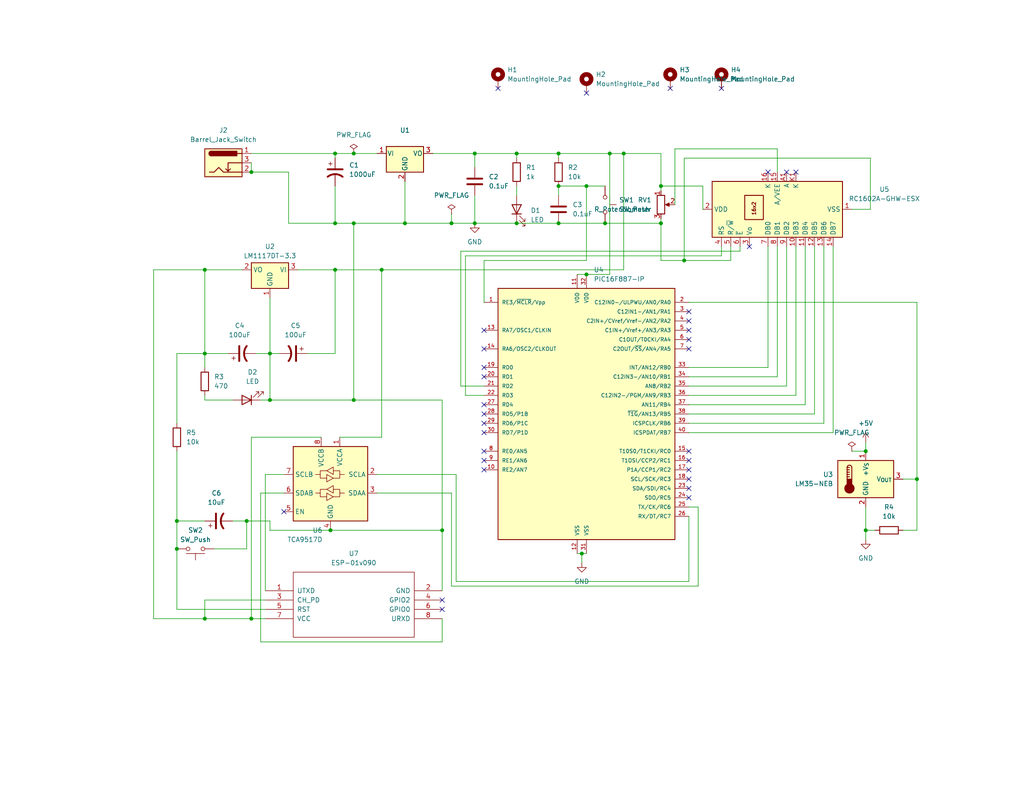
<source format=kicad_sch>
(kicad_sch (version 20250114) (generator "eeschema") (generator_version "9.0")
  (paper "USLetter")
  (title_block (title "Temperature Logger Circuit") (date "2025-07-15") (rev "1.0"))
  (lib_symbols
    (symbol "Connector:Barrel_Jack_Switch" (pin_names (hide yes))
      (property "Reference" "J" (at 0 5.334 0))
      (property "Value" "Barrel_Jack_Switch" (at 0 -5.08 0))
      (symbol "Barrel_Jack_Switch_0_1"
        (rectangle (start -5.08 3.81) (end 5.08 -3.81) (stroke (width 0.254)) (fill (type background)))
        (polyline (pts (xy -3.81 -2.54) (xy -2.54 -2.54) (xy -1.27 -1.27) (xy 0 -2.54) (xy 2.54 -2.54) (xy 5.08 -2.54)) (stroke (width 0.254)))
        (arc (start -3.302 1.905) (mid -3.9343 2.54) (end -3.302 3.175) (stroke (width 0.254)))
        (arc (start -3.302 1.905) (mid -3.9343 2.54) (end -3.302 3.175) (stroke (width 0.254)) (fill (type outline)))
        (polyline (pts (xy 1.27 -2.286) (xy 1.905 -1.651)) (stroke (width 0.254)))
        (rectangle (start 3.683 3.175) (end -3.302 1.905) (stroke (width 0.254)) (fill (type outline)))
        (polyline (pts (xy 5.08 2.54) (xy 3.81 2.54)) (stroke (width 0.254)))
        (polyline (pts (xy 5.08 0) (xy 1.27 0) (xy 1.27 -2.286) (xy 0.635 -1.651)) (stroke (width 0.254)))
      )
      (symbol "Barrel_Jack_Switch_1_1"
        (pin passive line (at 7.62 2.54 180) (length 2.54) (name "~") (number "1"))
        (pin passive line (at 7.62 0 180) (length 2.54) (name "~") (number "3"))
        (pin passive line (at 7.62 -2.54 180) (length 2.54) (name "~") (number "2"))
      )
    )
    (symbol "Device:C" (pin_numbers (hide yes)) (pin_names (offset 0.254))
      (property "Reference" "C" (at 0.635 2.54 0))
      (property "Value" "C" (at 0.635 -2.54 0))
      (symbol "C_0_1"
        (polyline (pts (xy -2.032 0.762) (xy 2.032 0.762)) (stroke (width 0.508)))
        (polyline (pts (xy -2.032 -0.762) (xy 2.032 -0.762)) (stroke (width 0.508)))
      )
      (symbol "C_1_1"
        (pin passive line (at 0 3.81 270) (length 2.794) (name "~") (number "1"))
        (pin passive line (at 0 -3.81 90) (length 2.794) (name "~") (number "2"))
      )
    )
    (symbol "Device:C_Polarized_US" (pin_numbers (hide yes)) (pin_names (offset 0.254) (hide yes))
      (property "Reference" "C" (at 0.635 2.54 0))
      (property "Value" "C_Polarized_US" (at 0.635 -2.54 0))
      (symbol "C_Polarized_US_0_1"
        (polyline (pts (xy -2.032 0.762) (xy 2.032 0.762)) (stroke (width 0.508)))
        (polyline (pts (xy -1.778 2.286) (xy -0.762 2.286)))
        (polyline (pts (xy -1.27 1.778) (xy -1.27 2.794)))
        (arc (start -2.032 -1.27) (mid 0 -0.5572) (end 2.032 -1.27) (stroke (width 0.508)))
      )
      (symbol "C_Polarized_US_1_1"
        (pin passive line (at 0 3.81 270) (length 2.794) (name "~") (number "1"))
        (pin passive line (at 0 -3.81 90) (length 3.302) (name "~") (number "2"))
      )
    )
    (symbol "Device:LED" (pin_numbers (hide yes)) (pin_names (offset 1.016) (hide yes))
      (property "Reference" "D" (at 0 2.54 0))
      (property "Value" "LED" (at 0 -2.54 0))
      (symbol "LED_0_1"
        (polyline (pts (xy -3.048 -0.762) (xy -4.572 -2.286) (xy -3.81 -2.286) (xy -4.572 -2.286) (xy -4.572 -1.524)))
        (polyline (pts (xy -1.778 -0.762) (xy -3.302 -2.286) (xy -2.54 -2.286) (xy -3.302 -2.286) (xy -3.302 -1.524)))
        (polyline (pts (xy -1.27 0) (xy 1.27 0)))
        (polyline (pts (xy -1.27 -1.27) (xy -1.27 1.27)) (stroke (width 0.254)))
        (polyline (pts (xy 1.27 -1.27) (xy 1.27 1.27) (xy -1.27 0) (xy 1.27 -1.27)) (stroke (width 0.254)))
      )
      (symbol "LED_1_1"
        (pin passive line (at -3.81 0 0) (length 2.54) (name "K") (number "1"))
        (pin passive line (at 3.81 0 180) (length 2.54) (name "A") (number "2"))
      )
    )
    (symbol "Device:R" (pin_numbers (hide yes)) (pin_names (offset 0))
      (property "Reference" "R" (at 2.032 0 90))
      (property "Value" "R" (at 0 0 90))
      (symbol "R_0_1"
        (rectangle (start -1.016 -2.54) (end 1.016 2.54) (stroke (width 0.254)))
      )
      (symbol "R_1_1"
        (pin passive line (at 0 3.81 270) (length 1.27) (name "~") (number "1"))
        (pin passive line (at 0 -3.81 90) (length 1.27) (name "~") (number "2"))
      )
    )
    (symbol "Device:R_Potentiometer" (pin_names (offset 1.016) (hide yes))
      (property "Reference" "RV" (at -4.445 0 90))
      (property "Value" "R_Potentiometer" (at -2.54 0 90))
      (symbol "R_Potentiometer_0_1"
        (rectangle (start 1.016 2.54) (end -1.016 -2.54) (stroke (width 0.254)))
        (polyline (pts (xy 1.143 0) (xy 2.286 0.508) (xy 2.286 -0.508) (xy 1.143 0)) (fill (type outline)))
        (polyline (pts (xy 2.54 0) (xy 1.524 0)))
      )
      (symbol "R_Potentiometer_1_1"
        (pin passive line (at 0 3.81 270) (length 1.27) (name "1") (number "1"))
        (pin passive line (at 0 -3.81 90) (length 1.27) (name "3") (number "3"))
        (pin passive line (at 3.81 0 180) (length 1.27) (name "2") (number "2"))
      )
    )
    (symbol "Display_Character:RC1602A-GHW-ESX"
      (property "Reference" "U" (at -5.842 19.05 0))
      (property "Value" "RC1602A-GHW-ESX" (at 3.81 19.05 0))
      (symbol "RC1602A-GHW-ESX_0_0"
        (rectangle (start -2.794 8.89) (end 3.81 3.81) (stroke (width 0.254)) (fill (type background)))
        (text "16x2" (at 0.254 6.35 0) (effects (font (size 0.9906 0.9906) (bold yes))))
      )
      (symbol "RC1602A-GHW-ESX_0_1"
        (rectangle (start -7.62 17.78) (end 7.62 -17.78) (stroke (width 0.254)) (fill (type background)))
      )
      (symbol "RC1602A-GHW-ESX_1_1"
        (pin input line (at -10.16 15.24 0) (length 2.54) (name "RS") (number "4"))
        (pin input line (at -10.16 12.7 0) (length 2.54) (name "R/~{W}") (number "5"))
        (pin input line (at -10.16 10.16 0) (length 2.54) (name "~{E}") (number "6"))
        (pin input line (at -10.16 7.62 0) (length 2.54) (name "Vo") (number "3"))
        (pin bidirectional line (at -10.16 2.54 0) (length 2.54) (name "DB0") (number "7"))
        (pin bidirectional line (at -10.16 0 0) (length 2.54) (name "DB1") (number "8"))
        (pin bidirectional line (at -10.16 -2.54 0) (length 2.54) (name "DB2") (number "9"))
        (pin bidirectional line (at -10.16 -5.08 0) (length 2.54) (name "DB3") (number "10"))
        (pin bidirectional line (at -10.16 -7.62 0) (length 2.54) (name "DB4") (number "11"))
        (pin bidirectional line (at -10.16 -10.16 0) (length 2.54) (name "DB5") (number "12"))
        (pin bidirectional line (at -10.16 -12.7 0) (length 2.54) (name "DB6") (number "13"))
        (pin bidirectional line (at -10.16 -15.24 0) (length 2.54) (name "DB7") (number "14"))
        (pin power_in line (at 0 20.32 270) (length 2.54) (name "VDD") (number "2"))
        (pin power_in line (at 0 -20.32 90) (length 2.54) (name "VSS") (number "1"))
        (pin passive line (at 10.16 2.54 180) (length 2.54) (name "K") (number "16"))
        (pin passive line (at 10.16 0 180) (length 2.54) (name "A/VEE") (number "15"))
        (pin passive line (at 10.16 -2.54 180) (length 2.54) (name "A") (number "A1"))
        (pin passive line (at 10.16 -5.08 180) (length 2.54) (name "K") (number "K1"))
      )
    )
    (symbol "ESP8266:ESP-01v090" (pin_names (offset 1.016))
      (property "Reference" "U" (at 0 -2.54 0))
      (property "Value" "ESP-01v090" (at 0 2.54 0))
      (symbol "ESP-01v090_1_0"
        (rectangle (start -16.51 -8.89) (end 16.51 8.89))
      )
      (symbol "ESP-01v090_1_1"
        (pin output line (at -24.13 3.81 0) (length 7.62) (name "UTXD") (number "1"))
        (pin input line (at -24.13 1.27 0) (length 7.62) (name "CH_PD") (number "3"))
        (pin input line (at -24.13 -1.27 0) (length 7.62) (name "RST") (number "5"))
        (pin power_in line (at -24.13 -3.81 0) (length 7.62) (name "VCC") (number "7"))
        (pin power_in line (at 24.13 3.81 180) (length 7.62) (name "GND") (number "2"))
        (pin tri_state line (at 24.13 1.27 180) (length 7.62) (name "GPIO2") (number "4"))
        (pin tri_state line (at 24.13 -1.27 180) (length 7.62) (name "GPIO0") (number "6"))
        (pin input line (at 24.13 -3.81 180) (length 7.62) (name "URXD") (number "8"))
      )
    )
    (symbol "Logic_LevelTranslator:TCA9517D"
      (property "Reference" "U" (at -10.16 11.43 0))
      (property "Value" "TCA9517D" (at 1.27 -11.43 0))
      (symbol "TCA9517D_1_1"
        (rectangle (start -10.16 10.16) (end 10.16 -10.16) (stroke (width 0.254)) (fill (type background)))
        (polyline (pts (xy -2.54 2.54) (xy -2.54 3.556) (xy -0.762 3.556)))
        (polyline (pts (xy -2.54 -2.54) (xy -2.54 -1.524) (xy -0.762 -1.524)))
        (polyline (pts (xy -0.762 2.54) (xy -0.762 4.572) (xy 1.016 3.556) (xy -0.762 2.54)))
        (polyline (pts (xy -0.762 1.524) (xy -2.54 1.524) (xy -2.54 2.54) (xy -3.81 2.54)))
        (polyline (pts (xy -0.762 -2.54) (xy -0.762 -0.508) (xy 1.016 -1.524) (xy -0.762 -2.54)))
        (polyline (pts (xy -0.762 -3.556) (xy -2.54 -3.556) (xy -2.54 -2.54) (xy -3.81 -2.54)))
        (polyline (pts (xy 1.016 3.556) (xy 2.794 3.556) (xy 2.794 2.54) (xy 4.064 2.54)))
        (polyline (pts (xy 1.016 2.54) (xy 1.016 0.762) (xy 1.016 0.508) (xy -0.762 1.524) (xy 1.016 2.54)))
        (polyline (pts (xy 1.016 -1.524) (xy 2.794 -1.524) (xy 2.794 -2.54) (xy 4.064 -2.54)))
        (polyline (pts (xy 1.016 -2.54) (xy 1.016 -4.318) (xy 1.016 -4.572) (xy -0.762 -3.556) (xy 1.016 -2.54)))
        (polyline (pts (xy 2.794 2.54) (xy 2.794 1.524) (xy 1.016 1.524)))
        (polyline (pts (xy 2.794 -2.54) (xy 2.794 -3.556) (xy 1.016 -3.556)))
        (pin bidirectional line (at -12.7 2.54 0) (length 2.54) (name "SCLA") (number "2"))
        (pin bidirectional line (at -12.7 -2.54 0) (length 2.54) (name "SDAA") (number "3"))
        (pin power_in line (at -2.54 12.7 270) (length 2.54) (name "VCCA") (number "1"))
        (pin power_in line (at 0 -12.7 90) (length 2.54) (name "GND") (number "4"))
        (pin power_in line (at 2.54 12.7 270) (length 2.54) (name "VCCB") (number "8"))
        (pin bidirectional line (at 12.7 2.54 180) (length 2.54) (name "SCLB") (number "7"))
        (pin bidirectional line (at 12.7 -2.54 180) (length 2.54) (name "SDAB") (number "6"))
        (pin passive line (at 12.7 -7.62 180) (length 2.54) (name "EN") (number "5"))
      )
    )
    (symbol "MCU_Microchip_PIC16:PIC16F887-IP" (pin_names (offset 1.016))
      (property "Reference" "U" (at 6.35 38.1 0))
      (property "Value" "PIC16F887-IP" (at 6.35 35.56 0))
      (symbol "PIC16F887-IP_0_1"
        (rectangle (start -24.13 -34.29) (end 24.13 34.29) (stroke (width 0.254)) (fill (type background)))
      )
      (symbol "PIC16F887-IP_1_1"
        (pin input line (at -27.94 30.48 0) (length 3.81) (name "RE3/~{MCLR}/Vpp") (number "1"))
        (pin bidirectional line (at -27.94 22.86 0) (length 3.81) (name "RA7/OSC1/CLKIN") (number "13"))
        (pin bidirectional line (at -27.94 17.78 0) (length 3.81) (name "RA6/OSC2/CLKOUT") (number "14"))
        (pin bidirectional line (at -27.94 12.7 0) (length 3.81) (name "RD0") (number "19"))
        (pin bidirectional line (at -27.94 10.16 0) (length 3.81) (name "RD1") (number "20"))
        (pin bidirectional line (at -27.94 7.62 0) (length 3.81) (name "RD2") (number "21"))
        (pin bidirectional line (at -27.94 5.08 0) (length 3.81) (name "RD3") (number "22"))
        (pin bidirectional line (at -27.94 2.54 0) (length 3.81) (name "RD4") (number "27"))
        (pin bidirectional line (at -27.94 0 0) (length 3.81) (name "RD5/P1B") (number "28"))
        (pin bidirectional line (at -27.94 -2.54 0) (length 3.81) (name "RD6/P1C") (number "29"))
        (pin bidirectional line (at -27.94 -5.08 0) (length 3.81) (name "RD7/P1D") (number "30"))
        (pin bidirectional line (at -27.94 -10.16 0) (length 3.81) (name "RE0/AN5") (number "8"))
        (pin bidirectional line (at -27.94 -12.7 0) (length 3.81) (name "RE1/AN6") (number "9"))
        (pin bidirectional line (at -27.94 -15.24 0) (length 3.81) (name "RE2/AN7") (number "10"))
        (pin power_in line (at -2.54 38.1 270) (length 3.81) (name "VDD") (number "11"))
        (pin power_in line (at -2.54 -38.1 90) (length 3.81) (name "VSS") (number "12"))
        (pin power_in line (at 0 38.1 270) (length 3.81) (name "VDD") (number "32"))
        (pin power_in line (at 0 -38.1 90) (length 3.81) (name "VSS") (number "31"))
        (pin bidirectional line (at 27.94 30.48 180) (length 3.81) (name "C12IN0-/ULPWU/AN0/RA0") (number "2"))
        (pin bidirectional line (at 27.94 27.94 180) (length 3.81) (name "C12IN1-/AN1/RA1") (number "3"))
        (pin bidirectional line (at 27.94 25.4 180) (length 3.81) (name "C2IN+/CVref/Vref-/AN2/RA2") (number "4"))
        (pin bidirectional line (at 27.94 22.86 180) (length 3.81) (name "C1IN+/Vref+/AN3/RA3") (number "5"))
        (pin bidirectional line (at 27.94 20.32 180) (length 3.81) (name "C1OUT/T0CKI/RA4") (number "6"))
        (pin bidirectional line (at 27.94 17.78 180) (length 3.81) (name "C2OUT/~{SS}/AN4/RA5") (number "7"))
        (pin bidirectional line (at 27.94 12.7 180) (length 3.81) (name "INT/AN12/RB0") (number "33"))
        (pin bidirectional line (at 27.94 10.16 180) (length 3.81) (name "C12IN3-/AN10/RB1") (number "34"))
        (pin bidirectional line (at 27.94 7.62 180) (length 3.81) (name "AN8/RB2") (number "35"))
        (pin bidirectional line (at 27.94 5.08 180) (length 3.81) (name "C12IN2-/PGM/AN9/RB3") (number "36"))
        (pin bidirectional line (at 27.94 2.54 180) (length 3.81) (name "AN11/RB4") (number "37"))
        (pin bidirectional line (at 27.94 0 180) (length 3.81) (name "~{T1G}/AN13/RB5") (number "38"))
        (pin bidirectional line (at 27.94 -2.54 180) (length 3.81) (name "ICSPCLK/RB6") (number "39"))
        (pin bidirectional line (at 27.94 -5.08 180) (length 3.81) (name "ICSPDAT/RB7") (number "40"))
        (pin bidirectional line (at 27.94 -10.16 180) (length 3.81) (name "T10S0/T1CKI/RC0") (number "15"))
        (pin bidirectional line (at 27.94 -12.7 180) (length 3.81) (name "T1OSI/CCP2/RC1") (number "16"))
        (pin bidirectional line (at 27.94 -15.24 180) (length 3.81) (name "P1A/CCP1/RC2") (number "17"))
        (pin bidirectional line (at 27.94 -17.78 180) (length 3.81) (name "SCL/SCK/RC3") (number "18"))
        (pin bidirectional line (at 27.94 -20.32 180) (length 3.81) (name "SDA/SDI/RC4") (number "23"))
        (pin bidirectional line (at 27.94 -22.86 180) (length 3.81) (name "SDO/RC5") (number "24"))
        (pin bidirectional line (at 27.94 -25.4 180) (length 3.81) (name "TX/CK/RC6") (number "25"))
        (pin bidirectional line (at 27.94 -27.94 180) (length 3.81) (name "RX/DT/RC7") (number "26"))
      )
    )
    (symbol "Mechanical:MountingHole_Pad" (pin_numbers (hide yes)) (pin_names (offset 1.016) (hide yes)) (in_bom no)
      (property "Reference" "H" (at 0 6.35 0))
      (property "Value" "MountingHole_Pad" (at 0 4.445 0))
      (symbol "MountingHole_Pad_0_1"
        (circle (center 0 1.27) (radius 1.27) (stroke (width 1.27)))
      )
      (symbol "MountingHole_Pad_1_1"
        (pin input line (at 0 -2.54 90) (length 2.54) (name "1") (number "1"))
      )
    )
    (symbol "Regulator_Linear:LM1117DT-3.3"
      (property "Reference" "U" (at -3.81 3.175 0))
      (property "Value" "LM1117DT-3.3" (at 0 3.175 0))
      (symbol "LM1117DT-3.3_0_1"
        (rectangle (start -5.08 -5.08) (end 5.08 1.905) (stroke (width 0.254)) (fill (type background)))
      )
      (symbol "LM1117DT-3.3_1_1"
        (pin power_in line (at -7.62 0 0) (length 2.54) (name "VI") (number "3"))
        (pin power_in line (at 0 -7.62 90) (length 2.54) (name "GND") (number "1"))
        (pin power_out line (at 7.62 0 180) (length 2.54) (name "VO") (number "2"))
      )
    )
    (symbol "Regulator_Linear:LM7805_TO220" (pin_names (offset 0.254))
      (property "Reference" "U" (at -3.81 3.175 0))
      (property "Value" "LM7805_TO220" (at 0 3.175 0))
      (symbol "LM7805_TO220_0_1"
        (rectangle (start -5.08 1.905) (end 5.08 -5.08) (stroke (width 0.254)) (fill (type background)))
      )
      (symbol "LM7805_TO220_1_1"
        (pin power_in line (at -7.62 0 0) (length 2.54) (name "VI") (number "1"))
        (pin power_in line (at 0 -7.62 90) (length 2.54) (name "GND") (number "2"))
        (pin power_out line (at 7.62 0 180) (length 2.54) (name "VO") (number "3"))
      )
    )
    (symbol "Sensor_Temperature:LM35-NEB"
      (property "Reference" "U" (at -6.35 6.35 0))
      (property "Value" "LM35-NEB" (at 1.27 6.35 0))
      (symbol "LM35-NEB_0_1"
        (rectangle (start -7.62 5.08) (end 7.62 -5.08) (stroke (width 0.254)) (fill (type background)))
        (polyline (pts (xy -5.08 3.175) (xy -5.08 0)) (stroke (width 0.254)))
        (polyline (pts (xy -5.08 3.175) (xy -4.445 3.175)) (stroke (width 0.254)))
        (polyline (pts (xy -5.08 2.54) (xy -4.445 2.54)) (stroke (width 0.254)))
        (polyline (pts (xy -5.08 1.905) (xy -4.445 1.905)) (stroke (width 0.254)))
        (polyline (pts (xy -5.08 1.27) (xy -4.445 1.27)) (stroke (width 0.254)))
        (polyline (pts (xy -5.08 0.635) (xy -4.445 0.635)) (stroke (width 0.254)))
        (arc (start -5.08 3.175) (mid -4.445 3.8073) (end -3.81 3.175) (stroke (width 0.254)))
        (circle (center -4.445 -2.54) (radius 1.27) (stroke (width 0.254)) (fill (type outline)))
        (polyline (pts (xy -3.81 3.175) (xy -3.81 0)) (stroke (width 0.254)))
        (rectangle (start -3.81 -1.905) (end -5.08 0) (stroke (width 0.254)) (fill (type outline)))
      )
      (symbol "LM35-NEB_1_1"
        (pin power_in line (at 0 7.62 270) (length 2.54) (name "+V_{S}") (number "1"))
        (pin power_in line (at 0 -7.62 90) (length 2.54) (name "GND") (number "2"))
        (pin output line (at 10.16 0 180) (length 2.54) (name "V_{OUT}") (number "3"))
      )
    )
    (symbol "Switch:SW_Push" (pin_numbers (hide yes)) (pin_names (offset 1.016) (hide yes))
      (property "Reference" "SW" (at 1.27 2.54 0))
      (property "Value" "SW_Push" (at 0 -1.524 0))
      (symbol "SW_Push_0_1"
        (circle (center -2.032 0) (radius 0.508))
        (polyline (pts (xy 0 1.27) (xy 0 3.048)))
        (circle (center 2.032 0) (radius 0.508))
        (polyline (pts (xy 2.54 1.27) (xy -2.54 1.27)))
        (pin passive line (at -5.08 0 0) (length 2.54) (name "1") (number "1"))
        (pin passive line (at 5.08 0 180) (length 2.54) (name "2") (number "2"))
      )
    )
    (symbol "power:+5V" (power) (pin_numbers (hide yes)) (pin_names (offset 0) (hide yes))
      (property "Value" "+5V" (at 0 3.556 0))
      (symbol "+5V_0_1"
        (polyline (pts (xy -0.762 1.27) (xy 0 2.54)))
        (polyline (pts (xy 0 2.54) (xy 0.762 1.27)))
        (polyline (pts (xy 0 0) (xy 0 2.54)))
      )
      (symbol "+5V_1_1"
        (pin power_in line (at 0 0 90) (length 0) (name "~") (number "1"))
      )
    )
    (symbol "power:GND" (power) (pin_numbers (hide yes)) (pin_names (offset 0) (hide yes))
      (property "Value" "GND" (at 0 -3.81 0))
      (symbol "GND_0_1"
        (polyline (pts (xy 0 0) (xy 0 -1.27) (xy 1.27 -1.27) (xy 0 -2.54) (xy -1.27 -1.27) (xy 0 -1.27)))
      )
      (symbol "GND_1_1"
        (pin power_in line (at 0 0 270) (length 0) (name "~") (number "1"))
      )
    )
    (symbol "power:PWR_FLAG" (power) (pin_numbers (hide yes)) (pin_names (offset 0) (hide yes))
      (property "Value" "PWR_FLAG" (at 0 3.81 0))
      (symbol "PWR_FLAG_0_0"
        (pin power_out line (at 0 0 90) (length 0) (name "~") (number "1"))
      )
      (symbol "PWR_FLAG_0_1"
        (polyline (pts (xy 0 0) (xy 0 1.27) (xy -1.016 1.905) (xy 0 2.54) (xy 1.016 1.905) (xy 0 1.27)))
      )
    )
  )
  (junction (at 129.54 60.96))
  (junction (at 55.88 168.91))
  (junction (at 129.54 41.91))
  (junction (at 236.22 144.78))
  (junction (at 91.44 41.91))
  (junction (at 67.31 142.24))
  (junction (at 120.65 144.78))
  (junction (at 152.4 50.8))
  (junction (at 96.52 60.96))
  (junction (at 90.17 144.78))
  (junction (at 91.44 73.66))
  (junction (at 166.37 41.91))
  (junction (at 73.66 109.22))
  (junction (at 140.97 60.96))
  (junction (at 96.52 109.22))
  (junction (at 110.49 60.96))
  (junction (at 55.88 96.52))
  (junction (at 250.19 130.81))
  (junction (at 96.52 41.91))
  (junction (at 91.44 60.96))
  (junction (at 236.22 123.19))
  (junction (at 152.4 41.91))
  (junction (at 68.58 168.91))
  (junction (at 73.66 96.52))
  (junction (at 68.58 46.99))
  (junction (at 170.18 41.91))
  (junction (at 48.26 149.86))
  (junction (at 123.19 60.96))
  (junction (at 140.97 41.91))
  (junction (at 186.69 71.12))
  (junction (at 104.14 73.66))
  (junction (at 158.75 151.13))
  (junction (at 48.26 142.24))
  (junction (at 160.02 74.93))
  (junction (at 160.02 50.8))
  (junction (at 55.88 73.66))
  (junction (at 180.34 50.8))
  (junction (at 165.1 60.96))
  (junction (at 180.34 60.96))
  (junction (at 152.4 60.96))
  (no_connect (at 187.96 125.73))
  (no_connect (at 77.47 139.7))
  (no_connect (at 132.08 128.27))
  (no_connect (at 187.96 85.09))
  (no_connect (at 217.17 46.99))
  (no_connect (at 132.08 95.25))
  (no_connect (at 132.08 90.17))
  (no_connect (at 132.08 110.49))
  (no_connect (at 120.65 163.83))
  (no_connect (at 196.85 24.13))
  (no_connect (at 214.63 46.99))
  (no_connect (at 132.08 115.57))
  (no_connect (at 132.08 100.33))
  (no_connect (at 187.96 135.89))
  (no_connect (at 135.89 24.13))
  (no_connect (at 209.55 46.99))
  (no_connect (at 187.96 87.63))
  (no_connect (at 187.96 130.81))
  (no_connect (at 187.96 95.25))
  (no_connect (at 187.96 133.35))
  (no_connect (at 132.08 102.87))
  (no_connect (at 132.08 123.19))
  (no_connect (at 187.96 92.71))
  (no_connect (at 132.08 118.11))
  (no_connect (at 187.96 90.17))
  (no_connect (at 187.96 128.27))
  (no_connect (at 160.02 25.4))
  (no_connect (at 182.88 24.13))
  (no_connect (at 120.65 166.37))
  (no_connect (at 204.47 67.31))
  (no_connect (at 187.96 123.19))
  (no_connect (at 132.08 125.73))
  (no_connect (at 132.08 113.03))
  (wire (pts (xy 68.58 41.91) (xy 91.44 41.91)))
  (wire (pts (xy 187.96 82.55) (xy 250.19 82.55)))
  (wire (pts (xy 71.12 175.26) (xy 120.65 175.26)))
  (wire (pts (xy 110.49 60.96) (xy 96.52 60.96)))
  (wire (pts (xy 246.38 144.78) (xy 250.19 144.78)))
  (wire (pts (xy 214.63 105.41) (xy 187.96 105.41)))
  (wire (pts (xy 123.19 60.96) (xy 110.49 60.96)))
  (wire (pts (xy 91.44 96.52) (xy 83.82 96.52)))
  (wire (pts (xy 180.34 50.8) (xy 180.34 41.91)))
  (wire (pts (xy 222.25 67.31) (xy 222.25 113.03)))
  (wire (pts (xy 120.65 144.78) (xy 120.65 161.29)))
  (wire (pts (xy 224.79 67.31) (xy 224.79 115.57)))
  (wire (pts (xy 170.18 73.66) (xy 170.18 41.91)))
  (wire (pts (xy 71.12 134.62) (xy 71.12 175.26)))
  (wire (pts (xy 55.88 73.66) (xy 55.88 96.52)))
  (wire (pts (xy 127 69.85) (xy 196.85 69.85)))
  (wire (pts (xy 237.49 57.15) (xy 232.41 57.15)))
  (wire (pts (xy 160.02 50.8) (xy 165.1 50.8)))
  (wire (pts (xy 152.4 50.8) (xy 160.02 50.8)))
  (wire (pts (xy 78.74 46.99) (xy 78.74 60.96)))
  (wire (pts (xy 73.66 109.22) (xy 96.52 109.22)))
  (wire (pts (xy 72.39 161.29) (xy 72.39 129.54)))
  (wire (pts (xy 227.33 118.11) (xy 187.96 118.11)))
  (wire (pts (xy 238.76 144.78) (xy 236.22 144.78)))
  (wire (pts (xy 152.4 41.91) (xy 140.97 41.91)))
  (wire (pts (xy 96.52 60.96) (xy 91.44 60.96)))
  (wire (pts (xy 201.93 67.31) (xy 201.93 68.58)))
  (wire (pts (xy 186.69 43.18) (xy 237.49 43.18)))
  (wire (pts (xy 125.73 105.41) (xy 125.73 68.58)))
  (wire (pts (xy 91.44 60.96) (xy 78.74 60.96)))
  (wire (pts (xy 152.4 50.8) (xy 152.4 53.34)))
  (wire (pts (xy 123.19 134.62) (xy 123.19 160.02)))
  (wire (pts (xy 127 107.95) (xy 132.08 107.95)))
  (wire (pts (xy 160.02 71.12) (xy 132.08 71.12)))
  (wire (pts (xy 232.41 123.19) (xy 236.22 123.19)))
  (wire (pts (xy 41.91 168.91) (xy 41.91 73.66)))
  (wire (pts (xy 132.08 71.12) (xy 132.08 82.55)))
  (wire (pts (xy 222.25 113.03) (xy 187.96 113.03)))
  (wire (pts (xy 187.96 140.97) (xy 187.96 158.75)))
  (wire (pts (xy 187.96 158.75) (xy 124.46 158.75)))
  (wire (pts (xy 199.39 71.12) (xy 186.69 71.12)))
  (wire (pts (xy 48.26 96.52) (xy 48.26 115.57)))
  (wire (pts (xy 55.88 96.52) (xy 62.23 96.52)))
  (wire (pts (xy 123.19 60.96) (xy 129.54 60.96)))
  (wire (pts (xy 184.15 40.64) (xy 184.15 55.88)))
  (wire (pts (xy 191.77 57.15) (xy 191.77 50.8)))
  (wire (pts (xy 48.26 142.24) (xy 55.88 142.24)))
  (wire (pts (xy 219.71 110.49) (xy 187.96 110.49)))
  (wire (pts (xy 212.09 40.64) (xy 184.15 40.64)))
  (wire (pts (xy 190.5 160.02) (xy 190.5 138.43)))
  (wire (pts (xy 41.91 73.66) (xy 55.88 73.66)))
  (wire (pts (xy 224.79 115.57) (xy 187.96 115.57)))
  (wire (pts (xy 91.44 43.18) (xy 91.44 41.91)))
  (wire (pts (xy 68.58 46.99) (xy 78.74 46.99)))
  (wire (pts (xy 73.66 96.52) (xy 76.2 96.52)))
  (wire (pts (xy 237.49 43.18) (xy 237.49 57.15)))
  (wire (pts (xy 73.66 81.28) (xy 73.66 96.52)))
  (wire (pts (xy 129.54 60.96) (xy 140.97 60.96)))
  (wire (pts (xy 160.02 50.8) (xy 160.02 71.12)))
  (wire (pts (xy 91.44 73.66) (xy 91.44 96.52)))
  (wire (pts (xy 120.65 175.26) (xy 120.65 168.91)))
  (wire (pts (xy 120.65 109.22) (xy 96.52 109.22)))
  (wire (pts (xy 55.88 163.83) (xy 55.88 168.91)))
  (wire (pts (xy 180.34 41.91) (xy 170.18 41.91)))
  (wire (pts (xy 166.37 41.91) (xy 152.4 41.91)))
  (wire (pts (xy 67.31 149.86) (xy 67.31 142.24)))
  (wire (pts (xy 110.49 49.53) (xy 110.49 60.96)))
  (wire (pts (xy 91.44 41.91) (xy 96.52 41.91)))
  (wire (pts (xy 123.19 58.42) (xy 123.19 60.96)))
  (wire (pts (xy 123.19 160.02) (xy 190.5 160.02)))
  (wire (pts (xy 72.39 168.91) (xy 68.58 168.91)))
  (wire (pts (xy 104.14 73.66) (xy 170.18 73.66)))
  (wire (pts (xy 180.34 60.96) (xy 165.1 60.96)))
  (wire (pts (xy 250.19 82.55) (xy 250.19 130.81)))
  (wire (pts (xy 102.87 134.62) (xy 123.19 134.62)))
  (wire (pts (xy 55.88 109.22) (xy 55.88 107.95)))
  (wire (pts (xy 73.66 142.24) (xy 73.66 144.78)))
  (wire (pts (xy 96.52 41.91) (xy 102.87 41.91)))
  (wire (pts (xy 55.88 168.91) (xy 41.91 168.91)))
  (wire (pts (xy 127 69.85) (xy 127 107.95)))
  (wire (pts (xy 180.34 52.07) (xy 180.34 50.8)))
  (wire (pts (xy 214.63 67.31) (xy 214.63 105.41)))
  (wire (pts (xy 48.26 166.37) (xy 48.26 149.86)))
  (wire (pts (xy 140.97 43.18) (xy 140.97 41.91)))
  (wire (pts (xy 160.02 74.93) (xy 166.37 74.93)))
  (wire (pts (xy 48.26 142.24) (xy 48.26 149.86)))
  (wire (pts (xy 55.88 96.52) (xy 55.88 100.33)))
  (wire (pts (xy 160.02 151.13) (xy 158.75 151.13)))
  (wire (pts (xy 180.34 50.8) (xy 191.77 50.8)))
  (wire (pts (xy 236.22 144.78) (xy 236.22 147.32)))
  (wire (pts (xy 104.14 119.38) (xy 104.14 73.66)))
  (wire (pts (xy 209.55 100.33) (xy 187.96 100.33)))
  (wire (pts (xy 68.58 168.91) (xy 55.88 168.91)))
  (wire (pts (xy 48.26 123.19) (xy 48.26 142.24)))
  (wire (pts (xy 96.52 109.22) (xy 96.52 60.96)))
  (wire (pts (xy 152.4 60.96) (xy 165.1 60.96)))
  (wire (pts (xy 58.42 149.86) (xy 67.31 149.86)))
  (wire (pts (xy 81.28 73.66) (xy 91.44 73.66)))
  (wire (pts (xy 125.73 68.58) (xy 201.93 68.58)))
  (wire (pts (xy 118.11 41.91) (xy 129.54 41.91)))
  (wire (pts (xy 199.39 67.31) (xy 199.39 71.12)))
  (wire (pts (xy 152.4 43.18) (xy 152.4 41.91)))
  (wire (pts (xy 186.69 71.12) (xy 186.69 43.18)))
  (wire (pts (xy 67.31 142.24) (xy 73.66 142.24)))
  (wire (pts (xy 87.63 119.38) (xy 68.58 119.38)))
  (wire (pts (xy 68.58 44.45) (xy 68.58 46.99)))
  (wire (pts (xy 190.5 138.43) (xy 187.96 138.43)))
  (wire (pts (xy 180.34 59.69) (xy 180.34 60.96)))
  (wire (pts (xy 55.88 96.52) (xy 48.26 96.52)))
  (wire (pts (xy 124.46 129.54) (xy 102.87 129.54)))
  (wire (pts (xy 227.33 67.31) (xy 227.33 118.11)))
  (wire (pts (xy 125.73 105.41) (xy 132.08 105.41)))
  (wire (pts (xy 90.17 144.78) (xy 120.65 144.78)))
  (wire (pts (xy 212.09 67.31) (xy 212.09 102.87)))
  (wire (pts (xy 72.39 163.83) (xy 55.88 163.83)))
  (wire (pts (xy 73.66 144.78) (xy 90.17 144.78)))
  (wire (pts (xy 140.97 60.96) (xy 152.4 60.96)))
  (wire (pts (xy 129.54 53.34) (xy 129.54 60.96)))
  (wire (pts (xy 180.34 71.12) (xy 186.69 71.12)))
  (wire (pts (xy 72.39 129.54) (xy 77.47 129.54)))
  (wire (pts (xy 91.44 50.8) (xy 91.44 60.96)))
  (wire (pts (xy 219.71 67.31) (xy 219.71 110.49)))
  (wire (pts (xy 140.97 50.8) (xy 140.97 53.34)))
  (wire (pts (xy 71.12 109.22) (xy 73.66 109.22)))
  (wire (pts (xy 129.54 41.91) (xy 129.54 45.72)))
  (wire (pts (xy 77.47 134.62) (xy 71.12 134.62)))
  (wire (pts (xy 91.44 73.66) (xy 104.14 73.66)))
  (wire (pts (xy 217.17 67.31) (xy 217.17 107.95)))
  (wire (pts (xy 73.66 109.22) (xy 73.66 96.52)))
  (wire (pts (xy 158.75 151.13) (xy 158.75 153.67)))
  (wire (pts (xy 67.31 142.24) (xy 63.5 142.24)))
  (wire (pts (xy 124.46 158.75) (xy 124.46 129.54)))
  (wire (pts (xy 209.55 67.31) (xy 209.55 100.33)))
  (wire (pts (xy 55.88 73.66) (xy 66.04 73.66)))
  (wire (pts (xy 250.19 130.81) (xy 246.38 130.81)))
  (wire (pts (xy 63.5 109.22) (xy 55.88 109.22)))
  (wire (pts (xy 236.22 138.43) (xy 236.22 144.78)))
  (wire (pts (xy 120.65 144.78) (xy 120.65 109.22)))
  (wire (pts (xy 140.97 41.91) (xy 129.54 41.91)))
  (wire (pts (xy 212.09 46.99) (xy 212.09 40.64)))
  (wire (pts (xy 236.22 120.65) (xy 236.22 123.19)))
  (wire (pts (xy 92.71 119.38) (xy 104.14 119.38)))
  (wire (pts (xy 250.19 144.78) (xy 250.19 130.81)))
  (wire (pts (xy 68.58 119.38) (xy 68.58 168.91)))
  (wire (pts (xy 157.48 151.13) (xy 158.75 151.13)))
  (wire (pts (xy 166.37 74.93) (xy 166.37 41.91)))
  (wire (pts (xy 69.85 96.52) (xy 73.66 96.52)))
  (wire (pts (xy 180.34 60.96) (xy 180.34 71.12)))
  (wire (pts (xy 170.18 41.91) (xy 166.37 41.91)))
  (wire (pts (xy 72.39 166.37) (xy 48.26 166.37)))
  (wire (pts (xy 196.85 67.31) (xy 196.85 69.85)))
  (wire (pts (xy 217.17 107.95) (xy 187.96 107.95)))
  (wire (pts (xy 212.09 102.87) (xy 187.96 102.87)))
  (wire (pts (xy 157.48 74.93) (xy 160.02 74.93)))
  (symbol (lib_id "Logic_LevelTranslator:TCA9517D") (at 90.17 132.08 0) (mirror y) (unit 1)
    (property "Reference" "U6" (at 88.0267 144.78 0) (effects (justify left)))
    (property "Value" "TCA9517D" (at 88.0267 147.32 0) (effects (justify left)))
    (property "Footprint" "Package_SO:SOIC-8_3.9x4.9mm_P1.27mm" (effects (hide yes)))
    (property "Datasheet" "https://www.ti.com/lit/ds/symlink/tca9517.pdf" (effects (hide yes)))
    (property "Description" "Level-Translating I2C Bus Buffer/Repeater With Enable Function, SOIC-8" (effects (hide yes)))
  )
  (symbol (lib_id "Mechanical:MountingHole_Pad") (at 160.02 22.86 0) (unit 1) (in_bom no)
    (property "Reference" "H2" (at 162.56 20.3199 0) (effects (justify left)))
    (property "Value" "MountingHole_Pad" (at 162.56 22.8599 0) (effects (justify left)))
    (property "Footprint" "MountingHole:MountingHole_3.2mm_M3_DIN965_Pad" (effects (hide yes)))
    (property "Description" "Mounting Hole with connection" (effects (hide yes)))
  )
  (symbol (lib_id "Mechanical:MountingHole_Pad") (at 135.89 21.59 0) (unit 1) (in_bom no)
    (property "Reference" "H1" (at 138.43 19.0499 0) (effects (justify left)))
    (property "Value" "MountingHole_Pad" (at 138.43 21.5899 0) (effects (justify left)))
    (property "Footprint" "MountingHole:MountingHole_3.2mm_M3_DIN965_Pad" (effects (hide yes)))
    (property "Description" "Mounting Hole with connection" (effects (hide yes)))
  )
  (symbol (lib_id "ESP8266:ESP-01v090") (at 96.52 165.1 0) (unit 1)
    (property "Reference" "U7" (at 96.52 151.13 0))
    (property "Value" "ESP-01v090" (at 96.52 153.67 0))
    (property "Footprint" "ESP8266:ESP-01" (effects (hide yes)))
    (property "Datasheet" "http://l0l.org.uk/2014/12/esp8266-modules-hardware-guide-gotta-catch-em-all/" (effects (hide yes)))
    (property "Description" "ESP8266 ESP-01 module, v090" (effects (hide yes)))
  )
  (symbol (lib_id "Device:C_Polarized_US") (at 66.04 96.52 90) (unit 1)
    (property "Reference" "C4" (at 65.405 88.9 90))
    (property "Value" "100uF" (at 65.405 91.44 90))
    (property "Footprint" "Capacitor_THT:CP_Axial_L10.0mm_D4.5mm_P15.00mm_Horizontal" (effects (hide yes)))
    (property "Description" "Polarized capacitor, US symbol" (effects (hide yes)))
  )
  (symbol (lib_id "Switch:SW_Push") (at 165.1 55.88 270) (unit 1)
    (property "Reference" "SW1" (at 168.91 54.6099 90) (effects (justify left)))
    (property "Value" "SW_Push" (at 168.91 57.1499 90) (effects (justify left)))
    (property "Footprint" "Button_Switch_THT:SW_CW_GPTS203211B" (effects (hide yes)))
    (property "Description" "Push button switch, generic, two pins" (effects (hide yes)))
  )
  (symbol (lib_id "power:PWR_FLAG") (at 232.41 123.19 0) (unit 1)
    (property "Reference" "#FLG03" (effects (hide yes)))
    (property "Value" "PWR_FLAG" (at 232.41 118.11 0))
    (property "Description" "Special symbol for telling ERC where power comes from" (effects (hide yes)))
  )
  (symbol (lib_id "power:PWR_FLAG") (at 96.52 41.91 0) (unit 1)
    (property "Reference" "#FLG01" (effects (hide yes)))
    (property "Value" "PWR_FLAG" (at 96.52 36.83 0))
    (property "Description" "Special symbol for telling ERC where power comes from" (effects (hide yes)))
  )
  (symbol (lib_id "Regulator_Linear:LM1117DT-3.3") (at 73.66 73.66 0) (mirror y) (unit 1)
    (property "Reference" "U2" (at 73.66 67.31 0))
    (property "Value" "LM1117DT-3.3" (at 73.66 69.85 0))
    (property "Footprint" "Package_TO_SOT_SMD:TO-252-3_TabPin2" (effects (hide yes)))
    (property "Datasheet" "http://www.ti.com/lit/ds/symlink/lm1117.pdf" (effects (hide yes)))
    (property "Description" "800mA Low-Dropout Linear Regulator, 3.3V fixed output, TO-252" (effects (hide yes)))
  )
  (symbol (lib_id "power:GND") (at 236.22 147.32 0) (unit 1)
    (property "Reference" "#PWR03" (effects (hide yes)))
    (property "Value" "GND" (at 236.22 152.4 0))
    (property "Description" "Power symbol creates a global label with name \"GND\" , ground" (effects (hide yes)))
  )
  (symbol (lib_id "Display_Character:RC1602A-GHW-ESX") (at 212.09 57.15 90) (unit 1)
    (property "Reference" "U5" (at 241.3 51.7046 90))
    (property "Value" "RC1602A-GHW-ESX" (at 241.3 54.2446 90))
    (property "Footprint" "Display:RC1602A" (effects (hide yes)))
    (property "Datasheet" "http://www.raystar-optronics.com/down.php?ProID=18" (effects (hide yes)))
    (property "Description" "LCD 16x2 Alphanumeric 16pin Gray Backlight" (effects (hide yes)))
  )
  (symbol (lib_id "Regulator_Linear:LM7805_TO220") (at 110.49 41.91 0) (unit 1)
    (property "Reference" "U1" (at 110.49 35.56 0))
    (property "Value" "LM7805_TO220" (effects (hide yes)))
    (property "Footprint" "Package_TO_SOT_THT:TO-220-3_Vertical" (effects (hide yes)))
    (property "Datasheet" "https://www.onsemi.cn/PowerSolutions/document/MC7800-D.PDF" (effects (hide yes)))
    (property "Description" "Positive 1A 35V Linear Regulator, Fixed Output 5V, TO-220" (effects (hide yes)))
  )
  (symbol (lib_id "MCU_Microchip_PIC16:PIC16F887-IP") (at 160.02 113.03 0) (unit 1)
    (property "Reference" "U4" (at 161.9886 73.66 0) (effects (justify left)))
    (property "Value" "PIC16F887-IP" (at 161.9886 76.2 0) (effects (justify left)))
    (property "Footprint" "Package_DIP:DIP-40_W15.24mm" (effects (hide yes)))
    (property "Datasheet" "http://ww1.microchip.com/downloads/en/DeviceDoc/41291D.pdf" (effects (hide yes)))
    (property "Description" "8K Flash, 368B SRAM, 256B EEPROM, DIP40" (effects (hide yes)))
  )
  (symbol (lib_id "power:+5V") (at 236.22 120.65 0) (unit 1)
    (property "Reference" "#PWR02" (effects (hide yes)))
    (property "Value" "+5V" (at 236.22 115.57 0))
    (property "Description" "Power symbol creates a global label with name \"+5V\"" (effects (hide yes)))
  )
  (symbol (lib_id "Switch:SW_Push") (at 53.34 149.86 180) (unit 1)
    (property "Reference" "SW2" (at 53.34 144.78 0))
    (property "Value" "SW_Push" (at 53.34 147.32 0))
    (property "Footprint" "Button_Switch_THT:SW_CW_GPTS203211B" (effects (hide yes)))
    (property "Description" "Push button switch, generic, two pins" (effects (hide yes)))
  )
  (symbol (lib_id "Device:R") (at 152.4 46.99 0) (unit 1)
    (property "Reference" "R2" (at 154.94 45.7199 0) (effects (justify left)))
    (property "Value" "10k" (at 154.94 48.2599 0) (effects (justify left)))
    (property "Footprint" "Resistor_SMD:R_0201_0603Metric" (effects (hide yes)))
    (property "Description" "Resistor" (effects (hide yes)))
  )
  (symbol (lib_id "Device:C_Polarized_US") (at 91.44 46.99 0) (unit 1)
    (property "Reference" "C1" (at 95.25 45.0849 0) (effects (justify left)))
    (property "Value" "1000uF" (at 95.25 47.6249 0) (effects (justify left)))
    (property "Footprint" "Capacitor_THT:CP_Axial_L10.0mm_D6.0mm_P15.00mm_Horizontal" (effects (hide yes)))
    (property "Description" "Polarized capacitor, US symbol" (effects (hide yes)))
  )
  (symbol (lib_id "Device:C") (at 152.4 57.15 0) (unit 1)
    (property "Reference" "C3" (at 156.21 55.8799 0) (effects (justify left)))
    (property "Value" "0.1uF" (at 156.21 58.4199 0) (effects (justify left)))
    (property "Footprint" "Capacitor_THT:C_Disc_D3.0mm_W2.0mm_P2.50mm" (effects (hide yes)))
    (property "Description" "Unpolarized capacitor" (effects (hide yes)))
  )
  (symbol (lib_id "Mechanical:MountingHole_Pad") (at 182.88 21.59 0) (unit 1) (in_bom no)
    (property "Reference" "H3" (at 185.42 19.0499 0) (effects (justify left)))
    (property "Value" "MountingHole_Pad" (at 185.42 21.5899 0) (effects (justify left)))
    (property "Footprint" "MountingHole:MountingHole_3.2mm_M3_DIN965_Pad" (effects (hide yes)))
    (property "Description" "Mounting Hole with connection" (effects (hide yes)))
  )
  (symbol (lib_id "Device:C_Polarized_US") (at 59.69 142.24 90) (unit 1)
    (property "Reference" "C6" (at 59.055 134.62 90))
    (property "Value" "10uF" (at 59.055 137.16 90))
    (property "Footprint" "Capacitor_THT:CP_Axial_L10.0mm_D6.0mm_P15.00mm_Horizontal" (effects (hide yes)))
    (property "Description" "Polarized capacitor, US symbol" (effects (hide yes)))
  )
  (symbol (lib_id "Device:R") (at 242.57 144.78 90) (unit 1)
    (property "Reference" "R4" (at 242.57 138.43 90))
    (property "Value" "10k" (at 242.57 140.97 90))
    (property "Footprint" "Resistor_SMD:R_0201_0603Metric" (effects (hide yes)))
    (property "Description" "Resistor" (effects (hide yes)))
  )
  (symbol (lib_id "Device:C_Polarized_US") (at 80.01 96.52 270) (unit 1)
    (property "Reference" "C5" (at 80.645 88.9 90))
    (property "Value" "100uF" (at 80.645 91.44 90))
    (property "Footprint" "Capacitor_THT:CP_Axial_L10.0mm_D4.5mm_P15.00mm_Horizontal" (effects (hide yes)))
    (property "Description" "Polarized capacitor, US symbol" (effects (hide yes)))
  )
  (symbol (lib_id "Device:R") (at 55.88 104.14 0) (unit 1)
    (property "Reference" "R3" (at 58.42 102.8699 0) (effects (justify left)))
    (property "Value" "470" (at 58.42 105.4099 0) (effects (justify left)))
    (property "Footprint" "Resistor_SMD:R_0201_0603Metric" (effects (hide yes)))
    (property "Description" "Resistor" (effects (hide yes)))
  )
  (symbol (lib_id "power:PWR_FLAG") (at 123.19 58.42 0) (unit 1)
    (property "Reference" "#FLG02" (effects (hide yes)))
    (property "Value" "PWR_FLAG" (at 123.19 53.34 0))
    (property "Description" "Special symbol for telling ERC where power comes from" (effects (hide yes)))
  )
  (symbol (lib_id "Device:R_Potentiometer") (at 180.34 55.88 0) (unit 1)
    (property "Reference" "RV1" (at 177.8 54.6099 0) (effects (justify right)))
    (property "Value" "R_Potentiometer" (at 177.8 57.1499 0) (effects (justify right)))
    (property "Footprint" "Potentiometer_THT:Potentiometer_ACP_CA6-H2,5_Horizontal" (effects (hide yes)))
    (property "Description" "Potentiometer" (effects (hide yes)))
  )
  (symbol (lib_id "Device:C") (at 129.54 49.53 0) (unit 1)
    (property "Reference" "C2" (at 133.35 48.2599 0) (effects (justify left)))
    (property "Value" "0.1uF" (at 133.35 50.7999 0) (effects (justify left)))
    (property "Footprint" "Capacitor_THT:C_Disc_D3.0mm_W2.0mm_P2.50mm" (effects (hide yes)))
    (property "Description" "Unpolarized capacitor" (effects (hide yes)))
  )
  (symbol (lib_id "power:GND") (at 129.54 60.96 0) (unit 1)
    (property "Reference" "#PWR01" (effects (hide yes)))
    (property "Value" "GND" (at 129.54 66.04 0))
    (property "Description" "Power symbol creates a global label with name \"GND\" , ground" (effects (hide yes)))
  )
  (symbol (lib_id "Mechanical:MountingHole_Pad") (at 196.85 21.59 0) (unit 1) (in_bom no)
    (property "Reference" "H4" (at 199.39 19.0499 0) (effects (justify left)))
    (property "Value" "MountingHole_Pad" (at 199.39 21.5899 0) (effects (justify left)))
    (property "Footprint" "MountingHole:MountingHole_3.2mm_M3_DIN965_Pad" (effects (hide yes)))
    (property "Description" "Mounting Hole with connection" (effects (hide yes)))
  )
  (symbol (lib_id "power:GND") (at 158.75 153.67 0) (unit 1)
    (property "Reference" "#PWR04" (effects (hide yes)))
    (property "Value" "GND" (at 158.75 158.75 0))
    (property "Description" "Power symbol creates a global label with name \"GND\" , ground" (effects (hide yes)))
  )
  (symbol (lib_id "Sensor_Temperature:LM35-NEB") (at 236.22 130.81 0) (unit 1)
    (property "Reference" "U3" (at 227.33 129.5399 0) (effects (justify right)))
    (property "Value" "LM35-NEB" (at 227.33 132.0799 0) (effects (justify right)))
    (property "Footprint" "Package_TO_SOT_THT:TO-220-3_Vertical" (effects (hide yes)))
    (property "Datasheet" "http://www.ti.com/lit/ds/symlink/lm35.pdf" (effects (hide yes)))
    (property "Description" "Precision centigrade temperature sensor, TO-220" (effects (hide yes)))
  )
  (symbol (lib_id "Device:R") (at 140.97 46.99 0) (unit 1)
    (property "Reference" "R1" (at 143.51 45.7199 0) (effects (justify left)))
    (property "Value" "1k" (at 143.51 48.2599 0) (effects (justify left)))
    (property "Footprint" "Resistor_SMD:R_0201_0603Metric" (effects (hide yes)))
    (property "Description" "Resistor" (effects (hide yes)))
  )
  (symbol (lib_id "Device:LED") (at 140.97 57.15 90) (unit 1)
    (property "Reference" "D1" (at 144.78 57.4674 90) (effects (justify right)))
    (property "Value" "LED" (at 144.78 60.0074 90) (effects (justify right)))
    (property "Footprint" "LED_SMD:LED_0201_0603Metric" (effects (hide yes)))
    (property "Description" "Light emitting diode" (effects (hide yes)))
    (property "Sim.Pins" "1=K 2=A" (effects (hide yes)))
  )
  (symbol (lib_id "Device:LED") (at 67.31 109.22 180) (unit 1)
    (property "Reference" "D2" (at 68.8975 101.6 0))
    (property "Value" "LED" (at 68.8975 104.14 0))
    (property "Footprint" "LED_SMD:LED_0201_0603Metric" (effects (hide yes)))
    (property "Description" "Light emitting diode" (effects (hide yes)))
    (property "Sim.Pins" "1=K 2=A" (effects (hide yes)))
  )
  (symbol (lib_id "Connector:Barrel_Jack_Switch") (at 60.96 44.45 0) (unit 1)
    (property "Reference" "J2" (at 60.96 35.56 0))
    (property "Value" "Barrel_Jack_Switch" (at 60.96 38.1 0))
    (property "Footprint" "Connector_BarrelJack:BarrelJack_Horizontal" (effects (hide yes)))
    (property "Description" "DC Barrel Jack with an internal switch" (effects (hide yes)))
  )
  (symbol (lib_id "Device:R") (at 48.26 119.38 0) (unit 1)
    (property "Reference" "R5" (at 50.8 118.1099 0) (effects (justify left)))
    (property "Value" "10k" (at 50.8 120.6499 0) (effects (justify left)))
    (property "Footprint" "Resistor_SMD:R_0201_0603Metric" (effects (hide yes)))
    (property "Description" "Resistor" (effects (hide yes)))
  )
)
</source>
